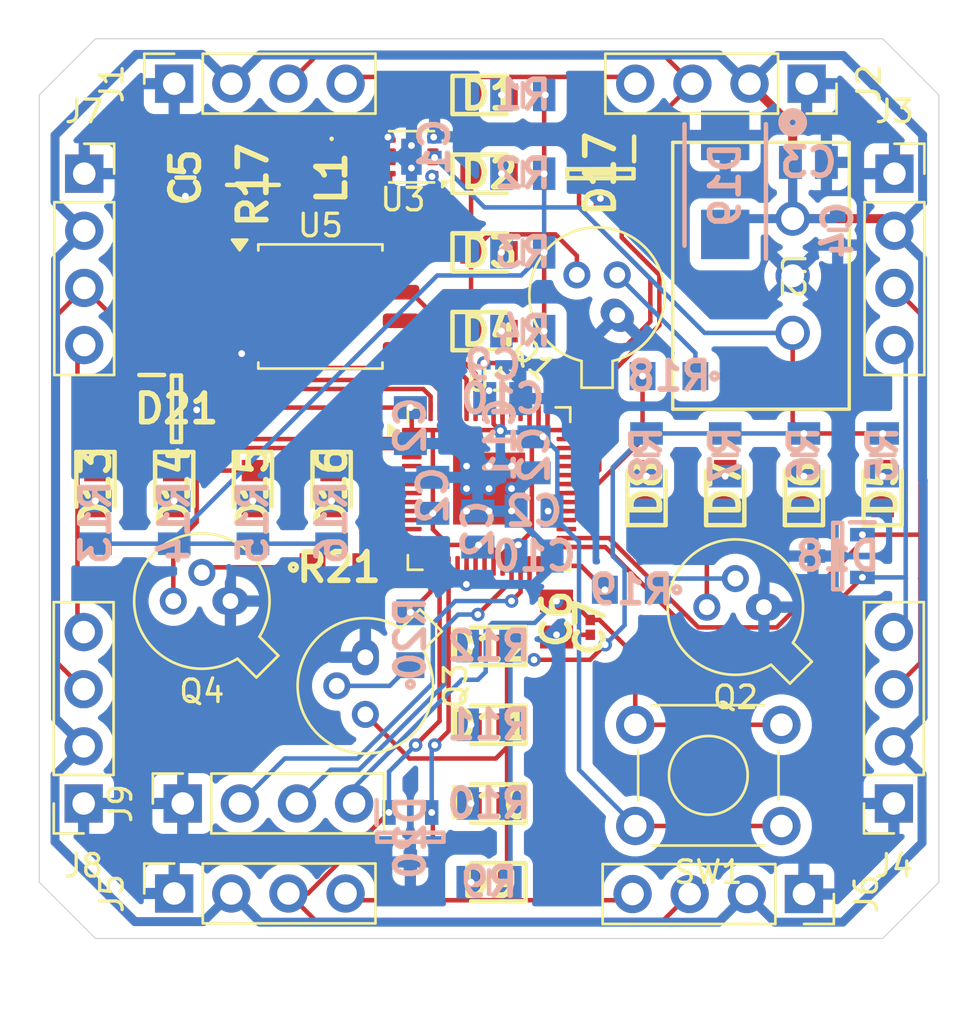
<source format=kicad_pcb>
(kicad_pcb (version 20241229) (generator "pcbnew") (generator_version "9.0")
  (layers (0 "F.Cu" signal) (2 "B.Cu" signal) (13 "F.Paste" user) (15 "B.Paste" user) (5 "F.SilkS" user "F.Silkscreen") (7 "B.SilkS" user "B.Silkscreen") (1 "F.Mask" user) (3 "B.Mask" user) (25 "Edge.Cuts" user))
  (net 0 "")
  (net 1 "/5V_LOCAL")
  (net 2 "GND")
  (net 3 "/3.3V_LOCAL")
  (net 4 "VCC")
  (net 5 "Net-(U1-VREG_VOUT)")
  (net 6 "Net-(D1-K)")
  (net 7 "Net-(D1-A)")
  (net 8 "Net-(D2-A)")
  (net 9 "Net-(D3-A)")
  (net 10 "Net-(D4-A)")
  (net 11 "Net-(D5-A)")
  (net 12 "Net-(D5-K)")
  (net 13 "Net-(D6-A)")
  (net 14 "Net-(D7-A)")
  (net 15 "Net-(D8-A)")
  (net 16 "Net-(D9-A)")
  (net 17 "Net-(D10-K)")
  (net 18 "Net-(D10-A)")
  (net 19 "Net-(D11-A)")
  (net 20 "Net-(D12-A)")
  (net 21 "Net-(D13-A)")
  (net 22 "Net-(D13-K)")
  (net 23 "Net-(D14-A)")
  (net 24 "Net-(D15-A)")
  (net 25 "Net-(D16-A)")
  (net 26 "/N_RX")
  (net 27 "/N_TX")
  (net 28 "/E_TX")
  (net 29 "/E_RX")
  (net 30 "/S_RX")
  (net 31 "/S_TX")
  (net 32 "/W_RX")
  (net 33 "/W_TX")
  (net 34 "Net-(J9-Pin_3)")
  (net 35 "Net-(J9-Pin_2)")
  (net 36 "Net-(U3-SW)")
  (net 37 "Net-(Q1-B)")
  (net 38 "Net-(Q2-B)")
  (net 39 "Net-(Q3-B)")
  (net 40 "Net-(Q4-B)")
  (net 41 "Net-(U3-PG)")
  (net 42 "Net-(U1-GPIO17)")
  (net 43 "Net-(U1-QSPI_SD2)")
  (net 45 "Net-(U1-QSPI_SCLK)")
  (net 47 "Net-(U1-QSPI_SS)")
  (net 48 "Net-(U1-QSPI_SD3)")
  (net 54 "Net-(U1-QSPI_SD0)")
  (net 60 "Net-(U1-QSPI_SD1)")
  (net 62 "Net-(U1-GPIO23)")
  (net 63 "Net-(U1-GPIO11)")
  (net 70 "Net-(U1-GPIO12)")
  (net 72 "Net-(J9-Pin_4)")
  (footprint "SamacSys_Parts:LEDC1608X115N" (layer "F.Cu") (at 152.5 55 90)
    (property "Reference" "D5")
    (property "Value" "LED" (hide yes))
  )
  (footprint "SamacSys_Parts:RBT10W24S05_XPP_XPR" (layer "F.Cu") (at 148.5 43 -90)
    (property "Reference" "U2")
    (property "Value" "RBT05W24S05")
  )
  (footprint "SamacSys_Parts:LEDC1608X115N" (layer "F.Cu") (at 135 41)
    (property "Reference" "D2")
    (property "Value" "LED" (hide yes))
  )
  (footprint "SamacSys_Parts:LEDC1608X115N" (layer "F.Cu") (at 135 48)
    (property "Reference" "D4")
    (property "Value" "LED" (hide yes))
  )
  (footprint "SamacSys_Parts:LEDC1608X115N" (layer "F.Cu") (at 142 55 90)
    (property "Reference" "D8")
    (property "Value" "LED" (hide yes))
  )
  (footprint "SamacSys_Parts:LEDC1608X115N" (layer "F.Cu") (at 135 44.5)
    (property "Reference" "D3")
    (property "Value" "LED" (hide yes))
  )
  (footprint "Button_Switch_THT:SW_TH_Tactile_Omron_B3F-100x" (layer "F.Cu") (at 148 70 180)
    (property "Reference" "SW1")
    (property "Value" "SW_Push_Open")
  )
  (footprint "Package_SON:WSON-8-1EP_2x2mm_P0.5mm_EP0.9x1.6mm_ThermalVias" (layer "F.Cu") (at 131.55 40.25 180)
    (property "Reference" "U3")
    (property "Value" "TPS62162DSG")
  )
  (footprint "Connector_PinSocket_2.54mm:PinSocket_1x04_P2.54mm_Vertical" (layer "F.Cu") (at 121.38 69 90)
    (property "Reference" "J9")
    (property "Value" "2.54mm_ProgrammingPin")
  )
  (footprint "SamacSys_Parts:CAPC0603X33N" (layer "F.Cu") (at 139.5 61.17 -90)
    (property "Reference" "C7")
    (property "Value" "1uF" (hide yes))
  )
  (footprint "Connector_PinSocket_2.54mm:PinSocket_1x04_P2.54mm_Vertical" (layer "F.Cu") (at 116.975 69 180)
    (property "Reference" "J8")
    (property "Value" "1x4_Pogo")
  )
  (footprint "Package_TO_SOT_THT:TO-18-3" (layer "F.Cu") (at 147.221961 60.27 180)
    (property "Reference" "Q2")
    (property "Value" "BC108")
  )
  (footprint "Connector_PinSocket_2.54mm:PinSocket_1x04_P2.54mm_Vertical" (layer "F.Cu") (at 153 69 180)
    (property "Reference" "J4")
    (property "Value" "1x4_Pogo")
  )
  (footprint "SamacSys_Parts:LCENA2016MKT2R2M0NK" (layer "F.Cu") (at 128 41.2 -90)
    (property "Reference" "L1")
    (property "Value" "2.2uH" (hide yes))
  )
  (footprint "SamacSys_Parts:ERJ-UP6D1001V" (layer "F.Cu") (at 128.325 58.5)
    (property "Reference" "R21")
    (property "Value" "1k" (hide yes))
  )
  (footprint "SamacSys_Parts:LEDC1608X115N" (layer "F.Cu") (at 135 37.5)
    (property "Reference" "D1")
    (property "Value" "LED" (hide yes))
  )
  (footprint "Connector_PinSocket_2.54mm:PinSocket_1x04_P2.54mm_Vertical" (layer "F.Cu") (at 121 37 90)
    (property "Reference" "J1")
    (property "Value" "1x4_Pogo")
  )
  (footprint "SamacSys_Parts:LEDC1608X115N" (layer "F.Cu") (at 135 69 180)
    (property "Reference" "D10")
    (property "Value" "LED" (hide yes))
  )
  (footprint "SamacSys_Parts:GRM18x" (layer "F.Cu") (at 121.5 41.175 -90)
    (property "Reference" "C5")
    (property "Value" "22uF" (hide yes))
  )
  (footprint "SamacSys_Parts:LEDC1608X115N" (layer "F.Cu") (at 128 55 -90)
    (property "Reference" "D16")
    (property "Value" "LED" (hide yes))
  )
  (footprint "SamacSys_Parts:TNPW0805100KFHEA" (layer "F.Cu") (at 124.5 41.5 -90)
    (property "Reference" "R17")
    (property "Value" "100k" (hide yes))
  )
  (footprint "Connector_PinSocket_2.54mm:PinSocket_1x04_P2.54mm_Vertical" (layer "F.Cu") (at 149.12 37 -90)
    (property "Reference" "J2")
    (property "Value" "1x4_Pogo")
  )
  (footprint "Package_TO_SOT_THT:TO-18-3" (layer "F.Cu") (at 140.7 47.296051 135)
    (property "Reference" "Q1")
    (property "Value" "BC108")
  )
  (footprint "SamacSys_Parts:SOT95P248X115-3N" (layer "F.Cu") (at 121.1 51.45)
    (property "Reference" "D21")
    (property "Value" "VGSOT03C-HG3-08" (hide yes))
  )
  (footprint "SamacSys_Parts:LEDC1608X115N" (layer "F.Cu") (at 117.5 55 -90)
    (property "Reference" "D13")
    (property "Value" "LED" (hide yes))
  )
  (footprint "SamacSys_Parts:LEDC1608X115N" (layer "F.Cu") (at 135 72.5 180)
    (property "Reference" "D9")
    (property "Value" "LED" (hide yes))
  )
  (footprint "SamacSys_Parts:LEDC1608X115N" (layer "F.Cu") (at 135 62 180)
    (property "Reference" "D12")
    (property "Value" "LED" (hide yes))
  )
  (footprint "SamacSys_Parts:LEDC1608X115N" (layer "F.Cu") (at 149 55 90)
    (property "Reference" "D6")
    (property "Value" "LED" (hide yes))
  )
  (footprint "SamacSys_Parts:LEDC1608X115N" (layer "F.Cu") (at 124.5 55 -90)
    (property "Reference" "D15")
    (property "Value" "LED" (hide yes))
  )
  (footprint "SamacSys_Parts:LEDC1608X115N" (layer "F.Cu") (at 135 65.5 180)
    (property "Reference" "D11")
    (property "Value" "LED" (hide yes))
  )
  (footprint "Package_SO:SOIC-8_5.3x5.3mm_P1.27mm" (layer "F.Cu") (at 127.5 46.905)
    (property "Reference" "U5")
    (property "Value" "W25Q16JVSS")
  )
  (footprint "Connector_PinSocket_2.54mm:PinSocket_1x04_P2.54mm_Vertical" (layer "F.Cu") (at 149 73.025 -90)
    (property "Reference" "J6")
    (property "Value" "1x4_Pogo")
  )
  (footprint "Package_DFN_QFN:QFN-56-1EP_7x7mm_P0.4mm_EP3.2x3.2mm" (layer "F.Cu") (at 135 55)
    (property "Reference" "U1")
    (property "Value" "RP2040")
  )
  (footprint "SamacSys_Parts:CAPC2012X140N" (layer "F.Cu") (at 138 60.8 -90)
    (property "Reference" "C6")
    (property "Value" "0.1uF" (hide yes))
  )
  (footprint "Connector_PinSocket_2.54mm:PinSocket_1x04_P2.54mm_Vertical" (layer "F.Cu") (at 121 73 90)
    (property "Reference" "J5")
    (property "Value" "1x4_Pogo")
  )
  (footprint "SamacSys_Parts:SOT95P248X115-3N" (layer "F.Cu") (at 139.95 41 -90)
    (property "Reference" "D17")
    (property "Value" "VGSOT03C-HG3-08" (hide yes))
  )
  (footprint "Connector_PinSocket_2.54mm:PinSocket_1x04_P2.54mm_Vertical" (layer "F.Cu") (at 117 41)
    (property "Reference" "J7")
    (property "Value" "1x4_Pogo")
  )
  (footprint "Package_TO_SOT_THT:TO-18-3" (layer "F.Cu") (at 129.5 62.5 -90)
    (property "Reference" "Q3")
    (property "Value" "BC108")
  )
  (footprint "Connector_PinSocket_2.54mm:PinSocket_1x04_P2.54mm_Vertical" (layer "F.Cu") (at 153.025 41)
    (property "Reference" "J3")
    (property "Value" "1x4_Pogo")
  )
  (footprint "Package_TO_SOT_THT:TO-18-3" (layer "F.Cu") (at 123.5 60 180)
    (property "Reference" "Q4")
    (property "Value" "BC108")
  )
  (footprint "SamacSys_Parts:LEDC1608X115N" (layer "F.Cu") (at 121 55 -90)
    (property "Reference" "D14")
    (property "Value" "LED" (hide yes))
  )
  (footprint "SamacSys_Parts:LEDC1608X115N" (layer "F.Cu") (at 145.5 55 90)
    (property "Reference" "D7")
    (property "Value" "LED" (hide yes))
  )
  (footprint "SamacSys_Parts:CRCW1210200RJNEAIF" (layer "B.Cu") (at 124.5 56.5 90)
    (property "Reference" "R15")
    (property "Value" "200" (hide yes))
  )
  (footprint "SamacSys_Parts:CRCW1210200RJNEAIF" (layer "B.Cu") (at 135 65.5 180)
    (property "Reference" "R11")
    (property "Value" "200" (hide yes))
  )
  (footprint "SamacSys_Parts:CAPC2012X140N" (layer "B.Cu") (at 131.5 52.2 -90)
    (property "Reference" "C2")
    (property "Value" "0.1uF" (hide yes))
  )
  (footprint "SamacSys_Parts:CAPC2012X140N" (layer "B.Cu") (at 137 53.5 -90)
    (property "Reference" "C2")
    (property "Value" "0.1uF" (hide yes))
  )
  (footprint "SamacSys_Parts:CRCW1210200RJNEAIF" (layer "B.Cu") (at 145.5 53.5 -90)
    (property "Reference" "R7")
    (property "Value" "200" (hide yes))
  )
  (footprint "SamacSys_Parts:CRCW1210200RJNEAIF" (layer "B.Cu") (at 135 69 180)
    (property "Reference" "R10")
    (property "Value" "200" (hide yes))
  )
  (footprint "SamacSys_Parts:CAPC1005X70N" (layer "B.Cu") (at 132.58 39.82 90)
    (property "Reference" "C1")
    (property "Value" "10uF" (hide yes))
  )
  (footprint "SamacSys_Parts:CAPC2012X140N" (layer "B.Cu") (at 134.5 56.8 90)
    (property "Reference" "C2")
    (property "Value" "0.1uF" (hide yes))
  )
  (footprint "SamacSys_Parts:CAPC0603X33N" (layer "B.Cu") (at 135.17 49.5)
    (property "Reference" "C9")
    (property "Value" "1uF" (hide yes))
  )
  (footprint "SamacSys_Parts:CRCW1210200RJNEAIF" (layer "B.Cu") (at 135 72.5 180)
    (property "Reference" "R9")
    (property "Value" "200" (hide yes))
  )
  (footprint "SamacSys_Parts:CRCW1210200RJNEAIF" (layer "B.Cu") (at 149 53.5 -90)
    (property "Reference" "R6")
    (property "Value" "200" (hide yes))
  )
  (footprint "SamacSys_Parts:CRCW1210200RJNEAIF" (layer "B.Cu") (at 136.5 37.5 180)
    (property "Reference" "R1")
    (property "Value" "200" (hide yes))
  )
  (footprint "SamacSys_Parts:CAPC2012X140N" (layer "B.Cu") (at 149.2 40.5)
    (property "Reference" "C3")
    (property "Value" "0.1uF" (hide yes))
  )
  (footprint "SamacSys_Parts:DIOM5436X244N" (layer "B.Cu") (at 145.5 41.5 90)
    (property "Reference" "D19")
    (property "Value" "SMBJ15A" (hide yes))
  )
  (footprint "SamacSys_Parts:SOT95P248X115-3N" (layer "B.Cu") (at 150.5 58 180)
    (property "Reference" "D18")
    (property "Value" "VGSOT03C-HG3-08" (hide yes))
  )
  (footprint "SamacSys_Parts:CRCW1210200RJNEAIF" (layer "B.Cu") (at 128 56.5 90)
    (property "Reference" "R16")
    (property "Value" "200" (hide yes))
  )
  (footprint "SamacSys_Parts:CAPC2012X140N" (layer "B.Cu") (at 132.5 55.3 90)
    (property "Reference" "C2")
    (property "Value" "0.1uF" (hide yes))
  )
  (footprint "SamacSys_Parts:CRCW1210200RJNEAIF" (layer "B.Cu") (at 142 53.5 -90)
    (property "Reference" "R8")
    (property "Value" "200" (hide yes))
  )
  (footprint "SamacSys_Parts:CAPC2012X140N" (layer "B.Cu") (at 135.61 51)
    (property "Reference" "C10")
    (property "Value" "0.1uF" (hide yes))
  )
  (footprint "SamacSys_Parts:ERJ-UP6D1001V" (layer "B.Cu") (at 143 50 180)
    (property "Reference" "R18")
    (property "Value" "1k" (hide yes))
  )
  (footprint "SamacSys_Parts:CRCW1210200RJNEAIF" (layer "B.Cu") (at 117.5 56.5 90)
    (property "Reference" "R13")
    (property "Value" "200" (hide yes))
  )
  (footprint "SamacSys_Parts:CRCW1210200RJNEAIF" (layer "B.Cu") (at 152.5 53.5 -90)
    (property "Reference" "R5")
    (property "Value" "200" (hide yes))
  )
  (footprint "SamacSys_Parts:CRCW1210200RJNEAIF" (layer "B.Cu") (at 136.5 41 180)
    (property "Reference" "R2")
    (property "Value" "200" (hide yes))
  )
  (footprint "SamacSys_Parts:ERJ-UP6D1001V" (layer "B.Cu") (at 141.325 59.5 180)
    (property "Reference" "R19")
    (property "Value" "1k" (hide yes))
  )
  (footprint "SamacSys_Parts:CAPC2012X140N" (layer "B.Cu") (at 137 58)
    (property "Reference" "C10")
    (property "Value" "0.1uF" (hide yes))
  )
  (footprint "SamacSys_Parts:CAPC2012X140N" (layer "B.Cu") (at 137 56 180)
    (property "Reference" "C2")
    (property "Value" "0.1uF" (hide yes))
  )
  (footprint "SamacSys_Parts:ERJ-UP6D1001V" (layer "B.Cu") (at 131.5 61.675 90)
    (property "Reference" "R20")
    (property "Value" "1k" (hide yes))
  )
  (footprint "SamacSys_Parts:CRCW1210200RJNEAIF" (layer "B.Cu") (at 136.5 48 180)
    (property "Reference" "R4")
    (property "Value" "200" (hide yes))
  )
  (footprint "SamacSys_Parts:CRCW1210200RJNEAIF" (layer "B.Cu") (at 121 56.5 90)
    (property "Reference" "R14")
    (property "Value" "200" (hide yes))
  )
  (footprint "SamacSys_Parts:SOT95P248X115-3N" (layer "B.Cu") (at 131.5 70.5 -90)
    (property "Reference" "D20")
    (property "Value" "VGSOT03C-HG3-08" (hide yes))
  )
  (footprint "SamacSys_Parts:GRM18x" (layer "B.Cu") (at 150.5 43.5 -90)
    (property "Reference" "C4")
    (property "Value" "22uF" (hide yes))
  )
  (footprint "SamacSys_Parts:CRCW1210200RJNEAIF" (layer "B.Cu") (at 136.5 44.5 180)
    (property "Reference" "R3")
    (property "Value" "200" (hide yes))
  )
  (footprint "SamacSys_Parts:CAPC0603X33N" (layer "B.Cu") (at 135.5 52.83 -90)
    (property "Reference" "C11")
    (property "Value" "1uF" (hide yes))
  )
  (footprint "SamacSys_Parts:CRCW1210200RJNEAIF" (layer "B.Cu") (at 135 62 180)
    (property "Reference" "R12")
    (property "Value" "200" (hide yes))
  )
  (gr_line (start 155 37.5) (end 152.5 35) (stroke (width 0.05)) (layer "Edge.Cuts"))
  (gr_line (start 117.5 75) (end 152.5 75) (stroke (width 0.05)) (layer "Edge.Cuts"))
  (gr_line (start 152.5 75) (end 155 72.5) (stroke (width 0.05)) (layer "Edge.Cuts"))
  (gr_line (start 155 72.5) (end 155 37.5) (stroke (width 0.05)) (layer "Edge.Cuts"))
  (gr_line (start 115 37.5) (end 115 72.5) (stroke (width 0.05)) (layer "Edge.Cuts"))
  (gr_line (start 152.5 35) (end 117.5 35) (stroke (width 0.05)) (layer "Edge.Cuts"))
  (gr_line (start 115 37.5) (end 117.5 35) (stroke (width 0.05)) (layer "Edge.Cuts"))
  (gr_line (start 115 72.5) (end 117.5 75) (stroke (width 0.05)) (layer "Edge.Cuts"))
  (segment (start 132.5 40) (end 132.5 40.5) (width 0.2) (layer "F.Cu") (net 1))
  (segment (start 148.5 48.08) (end 148.5 52.05) (width 0.2) (layer "F.Cu") (net 1))
  (segment (start 149 52.55) (end 152.5 52.55) (width 0.2) (layer "F.Cu") (net 1))
  (segment (start 132.5 40.36) (end 132.58 40.28) (width 0.2) (layer "F.Cu") (net 1))
  (segment (start 139.494599 62.610002) (end 137 62.610002) (width 0.2) (layer "F.Cu") (net 1))
  (segment (start 132.5 40.5) (end 132.5 40.36) (width 0.2) (layer "F.Cu") (net 1))
  (segment (start 137.45 44.5) (end 137.45 48) (width 0.2) (layer "F.Cu") (net 1))
  (segment (start 137.5 37.5) (end 137.45 37.55) (width 0.2) (layer "F.Cu") (net 1))
  (segment (start 137.45 37.55) (end 137.45 41) (width 0.2) (layer "F.Cu") (net 1))
  (segment (start 140.163037 61.941564) (end 139.494599 62.610002) (width 0.2) (layer "F.Cu") (net 1))
  (segment (start 148.5 52.05) (end 149 52.55) (width 0.2) (layer "F.Cu") (net 1))
  (via (at 132.58 40.28) (size 0.6) (drill 0.3) (layers "F.Cu" "B.Cu") (net 1))
  (via (at 137.45 48) (size 0.6) (drill 0.3) (layers "F.Cu" "B.Cu") (net 1))
  (via (at 137.45 41) (size 0.6) (drill 0.3) (layers "F.Cu" "B.Cu") (net 1))
  (via (at 140.163037 61.941564) (size 0.6) (drill 0.3) (layers "F.Cu" "B.Cu") (net 1))
  (via (at 137.5 37.5) (size 0.6) (drill 0.3) (layers "F.Cu" "B.Cu") (net 1))
  (via (at 149 52.55) (size 0.6) (drill 0.3) (layers "F.Cu" "B.Cu") (net 1))
  (via (at 137 62.610002) (size 0.6) (drill 0.3) (layers "F.Cu" "B.Cu") (net 1))
  (via (at 152.5 52.55) (size 0.6) (drill 0.3) (layers "F.Cu" "B.Cu") (net 1))
  (via (at 137.45 44.5) (size 0.6) (drill 0.3) (layers "F.Cu" "B.Cu") (net 1))
  (segment (start 139 42.5) (end 137.45 42.5) (width 0.2) (layer "B.Cu") (net 1))
  (segment (start 136.560002 62.610002) (end 135.95 62) (width 0.2) (layer "B.Cu") (net 1))
  (segment (start 121 57.45) (end 121 57.223) (width 0.2) (layer "B.Cu") (net 1))
  (segment (start 147 52.55) (end 149 52.55) (width 0.2) (layer "B.Cu") (net 1))
  (segment (start 126.5 57.45) (end 128 57.45) (width 0.2) (layer "B.Cu") (net 1))
  (segment (start 121 57.223) (end 132.697 45.526) (width 0.2) (layer "B.Cu") (net 1))
  (segment (start 132.58 40.28) (end 134.8 42.5) (width 0.2) (layer "B.Cu") (net 1))
  (segment (start 117.5 57.45) (end 126 57.45) (width 0.2) (layer "B.Cu") (net 1))
  (segment (start 137.45 42.5) (end 137.45 44.5) (width 0.2) (layer "B.Cu") (net 1))
  (segment (start 148.5 48.08) (end 144.58 48.08) (width 0.2) (layer "B.Cu") (net 1))
  (segment (start 140.5 54.05) (end 142 52.55) (width 0.2) (layer "B.Cu") (net 1))
  (segment (start 137.45 42.5) (end 137.45 41) (width 0.2) (layer "B.Cu") (net 1))
  (segment (start 134.8 42.5) (end 137.45 42.5) (width 0.2) (layer "B.Cu") (net 1))
  (segment (start 132.697 45.526) (end 136.424 45.526) (width 0.2) (layer "B.Cu") (net 1))
  (segment (start 142 52.55) (end 147 52.55) (width 0.2) (layer "B.Cu") (net 1))
  (segment (start 135.95 62) (end 135.95 72.5) (width 0.2) (layer "B.Cu") (net 1))
  (segment (start 140.163037 61.936963) (end 141.026 61.074) (width 0.2) (layer "B.Cu") (net 1))
  (segment (start 137.45 37.5) (end 137.5 37.5) (width 0.2) (layer "B.Cu") (net 1))
  (segment (start 140.163037 61.941564) (end 140.163037 61.936963) (width 0.2) (layer "B.Cu") (net 1))
  (segment (start 136.424 45.526) (end 137.45 44.5) (width 0.2) (layer "B.Cu") (net 1))
  (segment (start 141.026 58.526) (end 140.5 58) (width 0.2) (layer "B.Cu") (net 1))
  (segment (start 144.58 48.08) (end 139 42.5) (width 0.2) (layer "B.Cu") (net 1))
  (segment (start 141.026 61.074) (end 141.026 58.526) (width 0.2) (layer "B.Cu") (net 1))
  (segment (start 126 57.45) (end 126.5 57.45) (width 0.2) (layer "B.Cu") (net 1))
  (segment (start 137 62.610002) (end 136.560002 62.610002) (width 0.2) (layer "B.Cu") (net 1))
  (segment (start 140.5 58) (end 140.5 54.05) (width 0.2) (layer "B.Cu") (net 1))
  (segment (start 122.05 51.45) (end 122 51.5) (width 0.2) (layer "F.Cu") (net 2))
  (segment (start 139.5 61.5) (end 138.1 61.5) (width 0.2) (layer "F.Cu") (net 2))
  (segment (start 123.9125 48.9125) (end 124 49) (width 0.2) (layer "F.Cu") (net 2))
  (segment (start 122.2 51.45) (end 122.05 51.45) (width 0.2) (layer "F.Cu") (net 2))
  (segment (start 134 59.248125) (end 133.990306 59.257819) (width 0.2) (layer "F.Cu") (net 2))
  (segment (start 138.1 61.5) (end 138 61.6) (width 0.2) (layer "F.Cu") (net 2))
  (segment (start 132.5 39.413845) (end 132.538845 39.375) (width 0.2) (layer "F.Cu") (net 2))
  (segment (start 130.6 39.5) (end 130.6 39.471638) (width 0.2) (layer "F.Cu") (net 2))
  (segment (start 121.5 41.85) (end 121.5 42) (width 0.2) (layer "F.Cu") (net 2))
  (segment (start 138 61.6) (end 138 61.5) (width 0.2) (layer "F.Cu") (net 2))
  (segment (start 123.9125 48.81) (end 123.9125 48.9125) (width 0.2) (layer "F.Cu") (net 2))
  (segment (start 134 58.4375) (end 134 59.248125) (width 0.2) (layer "F.Cu") (net 2))
  (segment (start 132.5 39.5) (end 132.5 39.413845) (width 0.2) (layer "F.Cu") (net 2))
  (segment (start 132.5 41.086137) (end 132.461137 41.125) (width 0.2) (layer "F.Cu") (net 2))
  (segment (start 132.5 41) (end 132.5 41.086137) (width 0.2) (layer "F.Cu") (net 2))
  (segment (start 130.6 39.471638) (end 130.503362 39.375) (width 0.2) (layer "F.Cu") (net 2))
  (via (at 135 56) (size 0.6) (drill 0.3) (layers "F.Cu" "B.Cu") (net 2))
  (via (at 132.538845 39.375) (size 0.6) (drill 0.3) (layers "F.Cu" "B.Cu") (net 2))
  (via (at 132.461137 41.125) (size 0.6) (drill 0.3) (layers "F.Cu" "B.Cu") (net 2))
  (via (at 134 54) (size 0.6) (drill 0.3) (layers "F.Cu" "B.Cu") (net 2))
  (via (at 134 56) (size 0.6) (drill 0.3) (layers "F.Cu" "B.Cu") (net 2))
  (via (at 136 55) (size 0.6) (drill 0.3) (layers "F.Cu" "B.Cu") (net 2))
  (via (at 136 56) (size 0.6) (drill 0.3) (layers "F.Cu" "B.Cu") (net 2))
  (via (at 122 51.5) (size 0.6) (drill 0.3) (layers "F.Cu" "B.Cu") (net 2))
  (via (at 135 55) (size 0.6) (drill 0.3) (layers "F.Cu" "B.Cu") (net 2))
  (via (at 133.990306 59.257819) (size 0.6) (drill 0.3) (layers "F.Cu" "B.Cu") (net 2))
  (via (at 135 54) (size 0.6) (drill 0.3) (layers "F.Cu" "B.Cu") (net 2))
  (via (at 130.503362 39.375) (size 0.6) (drill 0.3) (layers "F.Cu" "B.Cu") (net 2))
  (via (at 136 54) (size 0.6) (drill 0.3) (layers "F.Cu" "B.Cu") (net 2))
  (via (at 121.5 42) (size 0.6) (drill 0.3) (layers "F.Cu" "B.Cu") (net 2))
  (via (at 134 55) (size 0.6) (drill 0.3) (layers "F.Cu" "B.Cu") (net 2))
  (via (at 138 61.5) (size 0.6) (drill 0.3) (layers "F.Cu" "B.Cu") (net 2))
  (via (at 139.95 42.1) (size 0.6) (drill 0.3) (layers "F.Cu" "B.Cu") (net 2))
  (via (at 124 49) (size 0.6) (drill 0.3) (layers "F.Cu" "B.Cu") (net 2))
  (segment (start 136.2 55.1) (end 137 54.3) (width 0.6) (layer "B.Cu") (net 2))
  (segment (start 137.8 58) (end 137.8 58.447) (width 0.4) (layer "B.Cu") (net 2))
  (segment (start 136.989181 59.257819) (end 133.990306 59.257819) (width 0.4) (layer "B.Cu") (net 2))
  (segment (start 129.5 62.5) (end 128 62.5) (width 0.5) (layer "B.Cu") (net 2))
  (segment (start 137.8 58.447) (end 136.989181 59.257819) (width 0.4) (layer "B.Cu") (net 2))
  (segment (start 129.5 62.5) (end 129.5 61) (width 0.5) (layer "B.Cu") (net 2))
  (segment (start 136.41 51) (end 136.41 50.41) (width 0.2) (layer "B.Cu") (net 2))
  (segment (start 135.5 53.5) (end 135 54) (width 0.2) (layer "B.Cu") (net 2))
  (segment (start 135.5 53.5) (end 136 54) (width 0.2) (layer "B.Cu") (net 2))
  (segment (start 136.2 56.247) (end 136.2 56) (width 0.2) (layer "B.Cu") (net 2))
  (segment (start 137.8 57.847) (end 136.2 56.247) (width 0.3) (layer "B.Cu") (net 2))
  (segment (start 136.41 50.41) (end 135.5 49.5) (width 0.2) (layer "B.Cu") (net 2))
  (segment (start 136.2 56) (end 136.2 55.1) (width 0.6) (layer "B.Cu") (net 2))
  (segment (start 135.5 53.16) (end 135.5 53.5) (width 0.2) (layer "B.Cu") (net 2))
  (segment (start 132.5 56.1) (end 132.5 52.4) (width 0.2) (layer "F.Cu") (net 3))
  (segment (start 135.600001 51.5625) (end 135.600001 52.329997) (width 0.2) (layer "F.Cu") (net 3))
  (segment (start 131.5625 52.4) (end 132.5 52.4) (width 0.2) (layer "F.Cu") (net 3))
  (segment (start 135.600001 52.329997) (end 135.5 52.429998) (width 0.2) (layer "F.Cu") (net 3))
  (segment (start 124.5 40) (end 124 40) (width 0.2) (layer "F.Cu") (net 3))
  (segment (start 132.5 56.81) (end 133.196166 57.506166) (width 0.2) (layer "F.Cu") (net 3))
  (segment (start 135.470002 52.4) (end 135.5 52.429998) (width 0.2) (layer "F.Cu") (net 3))
  (segment (start 131.5625 56) (end 132.4 56) (width 0.2) (layer "F.Cu") (net 3))
  (segment (start 124 40) (end 123.5 40.5) (width 0.2) (layer "F.Cu") (net 3))
  (segment (start 133.196166 57.506166) (end 134.533207 57.506166) (width 0.2) (layer "F.Cu") (net 3))
  (segment (start 132.5 52.4) (end 135.470002 52.4) (width 0.2) (layer "F.Cu") (net 3))
  (segment (start 141.5 70) (end 148 70) (width 0.2) (layer "F.Cu") (net 3))
  (segment (start 135.2 52.129998) (end 135.5 52.429998) (width 0.2) (layer "F.Cu") (net 3))
  (segment (start 137.199999 52.499999) (end 137.4 52.7) (width 0.2) (layer "F.Cu") (net 3))
  (segment (start 138.4375 52.4) (end 137.7 52.4) (width 0.2) (layer "F.Cu") (net 3))
  (segment (start 137.199999 51.5625) (end 137.199999 52.499999) (width 0.2) (layer "F.Cu") (net 3))
  (segment (start 123.5 40.5) (end 121.5 40.5) (width 0.2) (layer "F.Cu") (net 3))
  (segment (start 131.5625 51.4625) (end 131.5 51.4) (width 0.2) (layer "F.Cu") (net 3))
  (segment (start 128.4 40) (end 130.6 40) (width 0.2) (layer "F.Cu") (net 3))
  (segment (start 121.997 42.503) (end 124.5 40) (width 0.2) (layer "F.Cu") (net 3))
  (segment (start 137.6 51.5625) (end 137.6 52.5) (width 0.2) (layer "F.Cu") (net 3))
  (segment (start 122.871 44.374) (end 121.997 43.5) (width 0.2) (layer "F.Cu") (net 3))
  (segment (start 137.7 52.4) (end 137.4 52.7) (width 0.2) (layer "F.Cu") (net 3))
  (segment (start 121.997 49.50119) (end 121.997 43.5) (width 0.2) (layer "F.Cu") (net 3))
  (segment (start 128 40.4) (end 124.9 40.4) (width 0.2) (layer "F.Cu") (net 3))
  (segment (start 131.0875 45) (end 130.4615 44.374) (width 0.2) (layer "F.Cu") (net 3))
  (segment (start 130.4615 44.374) (end 122.871 44.374) (width 0.2) (layer "F.Cu") (net 3))
  (segment (start 131.5 51.4) (end 123.89581 51.4) (width 0.2) (layer "F.Cu") (net 3))
  (segment (start 135.2 57.7) (end 135.006166 57.506166) (width 0.2) (layer "F.Cu") (net 3))
  (segment (start 121.997 43.5) (end 121.997 42.503) (width 0.2) (layer "F.Cu") (net 3))
  (segment (start 135.2 58.4375) (end 135.2 57.7) (width 0.2) (layer "F.Cu") (net 3))
  (segment (start 138.4375 56) (end 137.624832 56) (width 0.2) (layer "F.Cu") (net 3))
  (segment (start 132.5 56.1) (end 132.5 56.81) (width 0.2) (layer "F.Cu") (net 3))
  (segment (start 137.624832 56) (end 137.624698 56.000134) (width 0.2) (layer "F.Cu") (net 3))
  (segment (start 135.006166 57.506166) (end 134.533207 57.506166) (width 0.2) (layer "F.Cu") (net 3))
  (segment (start 131.5625 52.4) (end 131.5625 51.4625) (width 0.2) (layer "F.Cu") (net 3))
  (segment (start 137.6 52.5) (end 137.4 52.7) (width 0.2) (layer "F.Cu") (net 3))
  (segment (start 123.89581 51.4) (end 121.997 49.50119) (width 0.2) (layer "F.Cu") (net 3))
  (segment (start 124.9 40.4) (end 124.5 40) (width 0.2) (layer "F.Cu") (net 3))
  (segment (start 132.4 56) (end 132.5 56.1) (width 0.2) (layer "F.Cu") (net 3))
  (segment (start 128 40.4) (end 128.4 40) (width 0.2) (layer "F.Cu") (net 3))
  (segment (start 135.2 51.5625) (end 135.2 52.129998) (width 0.2) (layer "F.Cu") (net 3))
  (via (at 137.4 52.7) (size 0.6) (drill 0.3) (layers "F.Cu" "B.Cu") (net 3))
  (via (at 134.533207 57.506166) (size 0.6) (drill 0.3) (layers "F.Cu" "B.Cu") (net 3))
  (via (at 132.5 56.1) (size 0.6) (drill 0.3) (layers "F.Cu" "B.Cu") (net 3))
  (via (at 131.5 51.4) (size 0.6) (drill 0.3) (layers "F.Cu" "B.Cu") (net 3))
  (via (at 137.624698 56.000134) (size 0.6) (drill 0.3) (layers "F.Cu" "B.Cu") (net 3))
  (via (at 135.5 52.429998) (size 0.6) (drill 0.3) (layers "F.Cu" "B.Cu") (net 3))
  (segment (start 135.5 52.5) (end 136.8 52.5) (width 0.2) (layer "B.Cu") (net 3))
  (segment (start 137.624698 56.000134) (end 139 57.375436) (width 0.2) (layer "B.Cu") (net 3))
  (segment (start 136.8 52.5) (end 137 52.7) (width 0.2) (layer "B.Cu") (net 3))
  (segment (start 139 67.5) (end 141.5 70) (width 0.2) (layer "B.Cu") (net 3))
  (segment (start 138.036 55.588832) (end 138.036 53.336) (width 0.2) (layer "B.Cu") (net 3))
  (segment (start 138.036 53.336) (end 137.4 52.7) (width 0.2) (layer "B.Cu") (net 3))
  (segment (start 139 57.375436) (end 139 67.5) (width 0.2) (layer "B.Cu") (net 3))
  (segment (start 137.624698 56.000134) (end 138.036 55.588832) (width 0.2) (layer "B.Cu") (net 3))
  (segment (start 152.485 43) (end 153.025 43.54) (width 0.4) (layer "F.Cu") (net 4))
  (segment (start 148.5 43) (end 148.5 38.92) (width 0.4) (layer "F.Cu") (net 4))
  (segment (start 148.5 43) (end 152.485 43) (width 0.4) (layer "F.Cu") (net 4))
  (segment (start 148.5 38.92) (end 146.58 37) (width 0.4) (layer "F.Cu") (net 4))
  (segment (start 146.5 37) (end 145.224 35.724) (width 0.4) (layer "B.Cu") (net 4))
  (segment (start 153.025 43.54) (end 154.276 44.791) (width 0.4) (layer "B.Cu") (net 4))
  (segment (start 124.816 35.724) (end 123.54 37) (width 0.4) (layer "B.Cu") (net 4))
  (segment (start 150.749 35.749) (end 152.25 37.25) (width 0.4) (layer "B.Cu") (net 4))
  (segment (start 153 66.46) (end 154.251 67.711) (width 0.4) (layer "B.Cu") (net 4))
  (segment (start 119.251 74.251) (end 115.701 70.701) (width 0.4) (layer "B.Cu") (net 4))
  (segment (start 123.54 73) (end 122.289 74.251) (width 0.4) (layer "B.Cu") (net 4))
  (segment (start 154.299 65.161) (end 153 66.46) (width 0.4) (layer "B.Cu") (net 4))
  (segment (start 154.276 39.276) (end 154.276 42.289) (width 0.4) (layer "B.Cu") (net 4))
  (segment (start 122.241 35.701) (end 123.54 37) (width 0.4) (layer "B.Cu") (net 4))
  (segment (start 150.325 43) (end 150.5 42.825) (width 0.4) (layer "B.Cu") (net 4))
  (segment (start 146.46 73.025) (end 145.209 74.276) (width 0.4) (layer "B.Cu") (net 4))
  (segment (start 146.58 37) (end 146.5 37) (width 0.4) (layer "B.Cu") (net 4))
  (segment (start 146.58 37) (end 147.831 35.749) (width 0.4) (layer "B.Cu") (net 4))
  (segment (start 147.711 74.276) (end 146.46 73.025) (width 0.4) (layer "B.Cu") (net 4))
  (segment (start 154.276 54.624) (end 154.299 54.647) (width 0.4) (layer "B.Cu") (net 4))
  (segment (start 154.251 70.749) (end 150.724 74.276) (width 0.4) (layer "B.Cu") (net 4))
  (segment (start 154.276 42.289) (end 153.025 43.54) (width 0.4) (layer "B.Cu") (net 4))
  (segment (start 150.724 74.276) (end 147.711 74.276) (width 0.4) (layer "B.Cu") (net 4))
  (segment (start 154.251 67.711) (end 154.251 70.749) (width 0.4) (layer "B.Cu") (net 4))
  (segment (start 124.816 74.276) (end 123.54 73) (width 0.4) (layer "B.Cu") (net 4))
  (segment (start 116.975 66.46) (end 115.724 65.209) (width 0.4) (layer "B.Cu") (net 4))
  (segment (start 115.701 70.701) (end 115.701 67.734) (width 0.4) (layer "B.Cu") (net 4))
  (segment (start 115.701 39.299) (end 119.299 35.701) (width 0.4) (layer "B.Cu") (net 4))
  (segment (start 148.5 43) (end 150.325 43) (width 0.4) (layer "B.Cu") (net 4))
  (segment (start 148.5 43) (end 148.5 40.6) (width 0.4) (layer "B.Cu") (net 4))
  (segment (start 147.831 35.749) (end 150.749 35.749) (width 0.4) (layer "B.Cu") (net 4))
  (segment (start 154.299 54.647) (end 154.299 65.161) (width 0.4) (layer "B.Cu") (net 4))
  (segment (start 154.276 44.791) (end 154.276 54.624) (width 0.4) (layer "B.Cu") (net 4))
  (segment (start 148.5 40.6) (end 148.4 40.5) (width 0.4) (layer "B.Cu") (net 4))
  (segment (start 115.724 65.209) (end 115.724 44.816) (width 0.4) (layer "B.Cu") (net 4))
  (segment (start 119.299 35.701) (end 122.241 35.701) (width 0.4) (layer "B.Cu") (net 4))
  (segment (start 146.2 43) (end 145.5 43.7) (width 0.4) (layer "B.Cu") (net 4))
  (segment (start 122.289 74.251) (end 119.251 74.251) (width 0.4) (layer "B.Cu") (net 4))
  (segment (start 115.701 67.734) (end 116.975 66.46) (width 0.4) (layer "B.Cu") (net 4))
  (segment (start 152.25 37.25) (end 154.276 39.276) (width 0.4) (layer "B.Cu") (net 4))
  (segment (start 115.724 44.816) (end 117 43.54) (width 0.4) (layer "B.Cu") (net 4))
  (segment (start 115.701 42.241) (end 115.701 39.299) (width 0.4) (layer "B.Cu") (net 4))
  (segment (start 145.209 74.276) (end 124.816 74.276) (width 0.4) (layer "B.Cu") (net 4))
  (segment (start 117 43.54) (end 115.701 42.241) (width 0.4) (layer "B.Cu") (net 4))
  (segment (start 145.224 35.724) (end 124.816 35.724) (width 0.4) (layer "B.Cu") (net 4))
  (segment (start 148.5 43) (end 146.2 43) (width 0.4) (layer "B.Cu") (net 4))
  (segment (start 136.3 57.5) (end 136.302 57.5) (width 0.2) (layer "F.Cu") (net 5))
  (segment (start 135.600001 57.899999) (end 136 57.5) (width 0.2) (layer "F.Cu") (net 5))
  (segment (start 136 57.5) (end 136.3 57.5) (width 0.2) (layer "F.Cu") (net 5))
  (segment (start 136.8 52.998) (end 136.901 53.099) (width 0.2) (layer "F.Cu") (net 5))
  (segment (start 136.901 53.099) (end 136.901 56.901) (width 0.2) (layer "F.Cu") (net 5))
  (segment (start 136.8 51.5625) (end 136.8 50.8) (width 0.2) (layer "F.Cu") (net 5))
  (segment (start 134.8 51.5625) (end 134.8 50.845228) (width 0.2) (layer "F.Cu") (net 5))
  (segment (start 136.8 50.8) (end 135.421471 49.421471) (width 0.2) (layer "F.Cu") (net 5))
  (segment (start 136.8 51.5625) (end 136.8 52.998) (width 0.2) (layer "F.Cu") (net 5))
  (segment (start 134.8 50.845228) (end 134.999999 50.645229) (width 0.2) (layer "F.Cu") (net 5))
  (segment (start 135.600001 58.4375) (end 135.600001 57.899999) (width 0.2) (layer "F.Cu") (net 5))
  (segment (start 135.421471 49.421471) (end 134.77 49.421471) (width 0.2) (layer "F.Cu") (net 5))
  (segment (start 136.302 57.5) (end 136.901 56.901) (width 0.2) (layer "F.Cu") (net 5))
  (via (at 134.77 49.421471) (size 0.6) (drill 0.3) (layers "F.Cu" "B.Cu") (net 5))
  (via (at 134.999999 50.645229) (size 0.6) (drill 0.3) (layers "F.Cu" "B.Cu") (net 5))
  (via (at 136.3 57.5) (size 0.6) (drill 0.3) (layers "F.Cu" "B.Cu") (net 5))
  (segment (start 134.77 50.41523) (end 134.999999 50.645229) (width 0.2) (layer "B.Cu") (net 5))
  (segment (start 134.77 49.421471) (end 134.77 50.41523) (width 0.2) (layer "B.Cu") (net 5))
  (segment (start 137.951477 43.699) (end 135.001 43.699) (width 0.2) (layer "F.Cu") (net 6))
  (segment (start 138.903949 44.651472) (end 137.951477 43.699) (width 0.2) (layer "F.Cu") (net 6))
  (segment (start 135.001 43.699) (end 134.2 44.5) (width 0.2) (layer "F.Cu") (net 6))
  (segment (start 138.903949 45.5) (end 138.903949 44.651472) (width 0.2) (layer "F.Cu") (net 6))
  (segment (start 134.2 48) (end 134.2 43.5) (width 0.2) (layer "F.Cu") (net 6))
  (segment (start 134.2 43.5) (end 134.2 37.5) (width 0.2) (layer "F.Cu") (net 6))
  (segment (start 135.8 37.5) (end 135.5 37.5) (width 0.2) (layer "F.Cu") (net 7))
  (segment (start 135.8 37.5) (end 135.55 37.5) (width 0.2) (layer "F.Cu") (net 7))
  (via (at 135.55 37.5) (size 0.6) (drill 0.3) (layers "F.Cu" "B.Cu") (net 7))
  (segment (start 135.8 41) (end 135.55 41) (width 0.2) (layer "F.Cu") (net 8))
  (via (at 135.55 41) (size 0.6) (drill 0.3) (layers "F.Cu" "B.Cu") (net 8))
  (segment (start 135.8 44.5) (end 135.55 44.5) (width 0.2) (layer "F.Cu") (net 9))
  (via (at 135.55 44.5) (size 0.6) (drill 0.3) (layers "F.Cu" "B.Cu") (net 9))
  (segment (start 135.8 48) (end 135.55 48) (width 0.2) (layer "F.Cu") (net 10))
  (via (at 135.55 48) (size 0.6) (drill 0.3) (layers "F.Cu" "B.Cu") (net 10))
  (segment (start 152.5 54.2) (end 152.5 54.45) (width 0.2) (layer "F.Cu") (net 11))
  (via (at 152.5 54.45) (size 0.6) (drill 0.3) (layers "F.Cu" "B.Cu") (net 11))
  (segment (start 147 55.8) (end 152.5 55.8) (width 0.2) (layer "F.Cu") (net 12))
  (segment (start 144.681961 58.118039) (end 147 55.8) (width 0.2) (layer "F.Cu") (net 12))
  (segment (start 142 55.8) (end 147 55.8) (width 0.2) (layer "F.Cu") (net 12))
  (segment (start 144.681961 60.27) (end 144.681961 58.118039) (width 0.2) (layer "F.Cu") (net 12))
  (segment (start 149 54.2) (end 149 54.45) (width 0.2) (layer "F.Cu") (net 13))
  (via (at 149 54.45) (size 0.6) (drill 0.3) (layers "F.Cu" "B.Cu") (net 13))
  (segment (start 145.5 54.2) (end 145.5 54.45) (width 0.2) (layer "F.Cu") (net 14))
  (via (at 145.5 54.45) (size 0.6) (drill 0.3) (layers "F.Cu" "B.Cu") (net 14))
  (segment (start 142 54.2) (end 142 54.45) (width 0.2) (layer "F.Cu") (net 15))
  (via (at 142 54.45) (size 0.6) (drill 0.3) (layers "F.Cu" "B.Cu") (net 15))
  (segment (start 134.2 72.5) (end 134.45 72.5) (width 0.2) (layer "F.Cu") (net 16))
  (via (at 134.2 72.5) (size 0.6) (drill 0.3) (layers "F.Cu" "B.Cu") (net 16))
  (segment (start 135.3 67) (end 135.8 66.5) (width 0.2) (layer "F.Cu") (net 17))
  (segment (start 135.8 66.5) (end 135.8 66.93) (width 0.2) (layer "F.Cu") (net 17))
  (segment (start 135.8 68) (end 135.8 72.5) (width 0.2) (layer "F.Cu") (net 17))
  (segment (start 131.46 67) (end 135.3 67) (width 0.2) (layer "F.Cu") (net 17))
  (segment (start 135.8 64) (end 135.8 66.5) (width 0.2) (layer "F.Cu") (net 17))
  (segment (start 129.5 65.04) (end 131.46 67) (width 0.2) (layer "F.Cu") (net 17))
  (segment (start 135.8 62) (end 135.8 64) (width 0.2) (layer "F.Cu") (net 17))
  (segment (start 135.8 66.93) (end 135.8 68) (width 0.2) (layer "F.Cu") (net 17))
  (segment (start 134.2 69) (end 134.45 69) (width 0.2) (layer "F.Cu") (net 18))
  (via (at 134.2 69) (size 0.6) (drill 0.3) (layers "F.Cu" "B.Cu") (net 18))
  (segment (start 134.2 65.5) (end 134.45 65.5) (width 0.2) (layer "F.Cu") (net 19))
  (via (at 134.2 65.5) (size 0.6) (drill 0.3) (layers "F.Cu" "B.Cu") (net 19))
  (segment (start 134.2 62) (end 134.45 62) (width 0.2) (layer "F.Cu") (net 20))
  (via (at 134.2 62) (size 0.6) (drill 0.3) (layers "F.Cu" "B.Cu") (net 20))
  (segment (start 117.5 55.8) (end 117.5 55.55) (width 0.2) (layer "F.Cu") (net 21))
  (via (at 117.5 55.55) (size 0.6) (drill 0.3) (layers "F.Cu" "B.Cu") (net 21))
  (segment (start 122 54.2) (end 128 54.2) (width 0.2) (layer "F.Cu") (net 22))
  (segment (start 120.96 57.54) (end 120.96 60) (width 0.2) (layer "F.Cu") (net 22))
  (segment (start 122 54.2) (end 122 56.5) (width 0.2) (layer "F.Cu") (net 22))
  (segment (start 117.5 54.2) (end 122 54.2) (width 0.2) (layer "F.Cu") (net 22))
  (segment (start 122 56.5) (end 120.96 57.54) (width 0.2) (layer "F.Cu") (net 22))
  (segment (start 121 55.8) (end 121 55.55) (width 0.2) (layer "F.Cu") (net 23))
  (segment (start 121 55.8) (end 121 55.5) (width 0.2) (layer "F.Cu") (net 23))
  (via (at 121 55.55) (size 0.6) (drill 0.3) (layers "F.Cu" "B.Cu") (net 23))
  (segment (start 124.5 55.8) (end 124.5 55.55) (width 0.2) (layer "F.Cu") (net 24))
  (via (at 124.5 55.55) (size 0.6) (drill 0.3) (layers "F.Cu" "B.Cu") (net 24))
  (segment (start 128 55.8) (end 128 55.55) (width 0.2) (layer "F.Cu") (net 25))
  (via (at 128 55.55) (size 0.6) (drill 0.3) (layers "F.Cu" "B.Cu") (net 25))
  (segment (start 142.171 47.573206) (end 139.5 50.244206) (width 0.2) (layer "F.Cu") (net 26))
  (segment (start 139.100001 54.399999) (end 138.4375 54.399999) (width 0.2) (layer "F.Cu") (net 26))
  (segment (start 139.5 54) (end 139.100001 54.399999) (width 0.2) (layer "F.Cu") (net 26))
  (segment (start 139 39.9) (end 139 36.699) (width 0.2) (layer "F.Cu") (net 26))
  (segment (start 141.199 36.699) (end 141.5 37) (width 0.2) (layer "F.Cu") (net 26))
  (segment (start 139 36.699) (end 128.921 36.699) (width 0.2) (layer "F.Cu") (net 26))
  (segment (start 128.921 36.699) (end 128.62 37) (width 0.2) (layer "F.Cu") (net 26))
  (segment (start 142.171 45.671) (end 142.171 47.573206) (width 0.2) (layer "F.Cu") (net 26))
  (segment (start 139 36.699) (end 141.199 36.699) (width 0.2) (layer "F.Cu") (net 26))
  (segment (start 139.5 50.244206) (end 139.5 54) (width 0.2) (layer "F.Cu") (net 26))
  (segment (start 139 39.9) (end 139 42.5) (width 0.2) (layer "F.Cu") (net 26))
  (segment (start 139 42.5) (end 142.171 45.671) (width 0.2) (layer "F.Cu") (net 26))
  (segment (start 138.4375 54.8) (end 139.265102 54.8) (width 0.2) (layer "F.Cu") (net 27))
  (segment (start 142.572 45.5049) (end 140.9 43.8329) (width 0.2) (layer "F.Cu") (net 27))
  (segment (start 141.14 39.9) (end 144.04 37) (width 0.2) (layer "F.Cu") (net 27))
  (segment (start 139.265102 54.8) (end 139.266101 54.800999) (width 0.2) (layer "F.Cu") (net 27))
  (segment (start 139.901 50.410306) (end 142.572 47.739306) (width 0.2) (layer "F.Cu") (net 27))
  (segment (start 142.864 35.824) (end 144.04 37) (width 0.2) (layer "F.Cu") (net 27))
  (segment (start 139.901 54.1661) (end 139.901 50.410306) (width 0.2) (layer "F.Cu") (net 27))
  (segment (start 127.256 35.824) (end 142.864 35.824) (width 0.2) (layer "F.Cu") (net 27))
  (segment (start 140.9 43.8329) (end 140.9 39.9) (width 0.2) (layer "F.Cu") (net 27))
  (segment (start 127.256 35.824) (end 126.08 37) (width 0.2) (layer "F.Cu") (net 27))
  (segment (start 139.266101 54.800999) (end 139.901 54.1661) (width 0.2) (layer "F.Cu") (net 27))
  (segment (start 140.9 39.9) (end 141.14 39.9) (width 0.2) (layer "F.Cu") (net 27))
  (segment (start 142.572 47.739306) (end 142.572 45.5049) (width 0.2) (layer "F.Cu") (net 27))
  (segment (start 154.176 62.744) (end 153 63.92) (width 0.2) (layer "F.Cu") (net 28))
  (segment (start 144.308754 61.171) (end 147.795167 61.171) (width 0.2) (layer "F.Cu") (net 28))
  (segment (start 151.6 57.366167) (end 151.6 57.05) (width 0.2) (layer "F.Cu") (net 28))
  (segment (start 151.6 57.05) (end 154.126 57.05) (width 0.2) (layer "F.Cu") (net 28))
  (segment (start 154.176 47.231) (end 154.176 57) (width 0.2) (layer "F.Cu") (net 28))
  (segment (start 154.176 57) (end 154.176 58.998765) (width 0.2) (layer "F.Cu") (net 28))
  (segment (start 140.337753 57.199999) (end 144.308754 61.171) (width 0.2) (layer "F.Cu") (net 28))
  (segment (start 147.795167 61.171) (end 151.6 57.366167) (width 0.2) (layer "F.Cu") (net 28))
  (segment (start 138.4375 57.199999) (end 140.337753 57.199999) (width 0.2) (layer "F.Cu") (net 28))
  (segment (start 154.176 59) (end 154.176 62.744) (width 0.2) (layer "F.Cu") (net 28))
  (segment (start 153.025 46.08) (end 154.176 47.231) (width 0.2) (layer "F.Cu") (net 28))
  (segment (start 154.174765 59) (end 154.176 59) (width 0.2) (layer "F.Cu") (net 28))
  (segment (start 154.126 57.05) (end 154.176 57) (width 0.2) (layer "F.Cu") (net 28))
  (segment (start 154.176 58.998765) (end 154.174765 59) (width 0.2) (layer "F.Cu") (net 28))
  (via (at 151.6 57.05) (size 0.6) (drill 0.3) (layers "F.Cu" "B.Cu") (net 28))
  (segment (start 151.6 57.05) (end 151.65 57) (width 0.2) (layer "B.Cu") (net 28))
  (segment (start 144.142654 61.572) (end 148.978 61.572) (width 0.2) (layer "F.Cu") (net 29))
  (segment (start 138.4375 57.6) (end 140.170654 57.6) (width 0.2) (layer "F.Cu") (net 29))
  (segment (start 148.978 61.572) (end 151.6 58.95) (width 0.2) (layer "F.Cu") (net 29))
  (segment (start 140.170654 57.6) (end 144.142654 61.572) (width 0.2) (layer "F.Cu") (net 29))
  (via (at 151.6 58.95) (size 0.6) (drill 0.3) (layers "F.Cu" "B.Cu") (net 29))
  (segment (start 153.526 49.121) (end 153.025 48.62) (width 0.2) (layer "B.Cu") (net 29))
  (segment (start 153.476 58.95) (end 153.526 59) (width 0.2) (layer "B.Cu") (net 29))
  (segment (start 151.6 58.95) (end 153.476 58.95) (width 0.2) (layer "B.Cu") (net 29))
  (segment (start 153 61.38) (end 153.526 60.854) (width 0.2) (layer "B.Cu") (net 29))
  (segment (start 153.526 60.854) (end 153.526 59) (width 0.2) (layer "B.Cu") (net 29))
  (segment (start 153.526 59) (end 153.526 49.121) (width 0.2) (layer "B.Cu") (net 29))
  (segment (start 133.2 58.4375) (end 133.2 65.783255) (width 0.2) (layer "F.Cu") (net 30))
  (segment (start 128.921 73.301) (end 128.62 73) (width 0.2) (layer "F.Cu") (net 30))
  (segment (start 132.5 73.301) (end 128.921 73.301) (width 0.2) (layer "F.Cu") (net 30))
  (segment (start 133.2 65.783255) (end 132.583255 66.4) (width 0.2) (layer "F.Cu") (net 30))
  (segment (start 132.5 73.301) (end 141.104 73.301) (width 0.2) (layer "F.Cu") (net 30))
  (segment (start 132.5 73.301) (end 132.5 69.45) (width 0.2) (layer "F.Cu") (net 30))
  (segment (start 141.104 73.301) (end 141.38 73.025) (width 0.2) (layer "F.Cu") (net 30))
  (segment (start 132.5 69.45) (end 132.45 69.4) (width 0.2) (layer "F.Cu") (net 30))
  (via (at 132.45 69.4) (size 0.6) (drill 0.3) (layers "F.Cu" "B.Cu") (net 30))
  (via (at 132.583255 66.4) (size 0.6) (drill 0.3) (layers "F.Cu" "B.Cu") (net 30))
  (segment (start 132.45 66.533255) (end 132.45 69.4) (width 0.2) (layer "B.Cu") (net 30))
  (segment (start 132.583255 66.4) (end 132.45 66.533255) (width 0.2) (layer "B.Cu") (net 30))
  (segment (start 132.800001 65.334727) (end 131.734728 66.4) (width 0.2) (layer "F.Cu") (net 31))
  (segment (start 143.92 73.025) (end 142.769 74.176) (width 0.2) (layer "F.Cu") (net 31))
  (segment (start 132.800001 58.4375) (end 132.800001 65.334727) (width 0.2) (layer "F.Cu") (net 31))
  (segment (start 142.769 74.176) (end 127.256 74.176) (width 0.2) (layer "F.Cu") (net 31))
  (segment (start 126.08 73) (end 126.95 73) (width 0.2) (layer "F.Cu") (net 31))
  (segment (start 126.95 73) (end 130.55 69.4) (width 0.2) (layer "F.Cu") (net 31))
  (segment (start 127.256 74.176) (end 126.08 73) (width 0.2) (layer "F.Cu") (net 31))
  (via (at 130.55 69.4) (size 0.6) (drill 0.3) (layers "F.Cu" "B.Cu") (net 31))
  (via (at 131.734728 66.4) (size 0.6) (drill 0.3) (layers "F.Cu" "B.Cu") (net 31))
  (segment (start 130.55 67.584728) (end 130.55 69.4) (width 0.2) (layer "B.Cu") (net 31))
  (segment (start 131.734728 66.4) (end 130.55 67.584728) (width 0.2) (layer "B.Cu") (net 31))
  (segment (start 119.9 52.5) (end 120 52.4) (width 0.2) (layer "F.Cu") (net 32))
  (segment (start 120.8 53.2) (end 120 52.4) (width 0.2) (layer "F.Cu") (net 32))
  (segment (start 116.699 52.5) (end 116.699 48.921) (width 0.2) (layer "F.Cu") (net 32))
  (segment (start 131.5625 53.2) (end 120.8 53.2) (width 0.2) (layer "F.Cu") (net 32))
  (segment (start 116.699 48.921) (end 117 48.62) (width 0.2) (layer "F.Cu") (net 32))
  (segment (start 116.699 52.5) (end 119.9 52.5) (width 0.2) (layer "F.Cu") (net 32))
  (segment (start 116.699 52.5) (end 116.699 61.104) (width 0.2) (layer "F.Cu") (net 32))
  (segment (start 116.699 61.104) (end 116.975 61.38) (width 0.2) (layer "F.Cu") (net 32))
  (segment (start 131.5625 52.800001) (end 122.098001 52.800001) (width 0.2) (layer "F.Cu") (net 33))
  (segment (start 115.824 62.769) (end 116.975 63.92) (width 0.2) (layer "F.Cu") (net 33))
  (segment (start 115.824 47.256) (end 115.824 62.769) (width 0.2) (layer "F.Cu") (net 33))
  (segment (start 120 49.08) (end 117 46.08) (width 0.2) (layer "F.Cu") (net 33))
  (segment (start 120 50.702) (end 120 50.5) (width 0.2) (layer "F.Cu") (net 33))
  (segment (start 120 50.5) (end 120 49.08) (width 0.2) (layer "F.Cu") (net 33))
  (segment (start 117 46.08) (end 115.824 47.256) (width 0.2) (layer "F.Cu") (net 33))
  (segment (start 122.098001 52.800001) (end 120 50.702) (width 0.2) (layer "F.Cu") (net 33))
  (segment (start 136 59.1) (end 134.5 60.6) (width 0.2) (layer "F.Cu") (net 34))
  (segment (start 136 58.4375) (end 136 59.1) (width 0.2) (layer "F.Cu") (net 34))
  (via (at 134.5 60.6) (size 0.6) (drill 0.3) (layers "F.Cu" "B.Cu") (net 34))
  (segment (start 133 61.223) (end 133 63.7191) (width 0.2) (layer "B.Cu") (net 34))
  (segment (start 134.5 60.6) (end 133.623 60.6) (width 0.2) (layer "B.Cu") (net 34))
  (segment (start 133.623 60.6) (end 133 61.223) (width 0.2) (layer "B.Cu") (net 34))
  (segment (start 133 63.7191) (end 129.2191 67.5) (width 0.2) (layer "B.Cu") (net 34))
  (segment (start 129.2191 67.5) (end 127.96 67.5) (width 0.2) (layer "B.Cu") (net 34))
  (segment (start 127.96 67.5) (end 126.46 69) (width 0.2) (layer "B.Cu") (net 34))
  (segment (start 136.4 59.6) (end 136.4 58.4375) (width 0.2) (layer "F.Cu") (net 35))
  (segment (start 136 60) (end 136.4 59.6) (width 0.2) (layer "F.Cu") (net 35))
  (via (at 136 60) (size 0.6) (drill 0.3) (layers "F.Cu" "B.Cu") (net 35))
  (segment (start 132.5 63.652) (end 129.152 67) (width 0.2) (layer "B.Cu") (net 35))
  (segment (start 136 60) (end 133.5 60) (width 0.2) (layer "B.Cu") (net 35))
  (segment (start 132.5 61) (end 132.5 63.652) (width 0.2) (layer "B.Cu") (net 35))
  (segment (start 125.92 67) (end 123.92 69) (width 0.2) (layer "B.Cu") (net 35))
  (segment (start 129.152 67) (end 125.92 67) (width 0.2) (layer "B.Cu") (net 35))
  (segment (start 133.5 60) (end 132.5 61) (width 0.2) (layer "B.Cu") (net 35))
  (segment (start 130 40.5) (end 130.6 40.5) (width 0.2) (layer "F.Cu") (net 36))
  (segment (start 128.5 42) (end 130 40.5) (width 0.2) (layer "F.Cu") (net 36))
  (segment (start 128 42) (end 128.5 42) (width 0.2) (layer "F.Cu") (net 36))
  (segment (start 144.175 50) (end 144.175 48.975) (width 0.2) (layer "B.Cu") (net 37))
  (segment (start 144.175 48.975) (end 140.7 45.5) (width 0.2) (layer "B.Cu") (net 37))
  (segment (start 142.5 59.5) (end 143 59) (width 0.2) (layer "B.Cu") (net 38))
  (segment (start 143 59) (end 145.951961 59) (width 0.2) (layer "B.Cu") (net 38))
  (segment (start 131.5 62.85) (end 130.58 63.77) (width 0.2) (layer "B.Cu") (net 39))
  (segment (start 130.58 63.77) (end 128.23 63.77) (width 0.2) (layer "B.Cu") (net 39))
  (segment (start 122.46 58.5) (end 122.23 58.73) (width 0.2) (layer "F.Cu") (net 40))
  (segment (start 127.15 58.5) (end 122.46 58.5) (width 0.2) (layer "F.Cu") (net 40))
  (segment (start 128.902 43) (end 130.6 41.302) (width 0.2) (layer "F.Cu") (net 41))
  (segment (start 124.5 43) (end 128.902 43) (width 0.2) (layer "F.Cu") (net 41))
  (segment (start 130.6 41.302) (end 130.6 41) (width 0.2) (layer "F.Cu") (net 41))
  (segment (start 137.6 58.4375) (end 139.0875 58.4375) (width 0.2) (layer "F.Cu") (net 42))
  (segment (start 139.0875 58.4375) (end 140.15 59.5) (width 0.2) (layer "F.Cu") (net 42))
  (via (at 140.15 59.5) (size 0.6) (drill 0.3) (layers "F.Cu" "B.Cu") (net 42))
  (segment (start 133.2 50.475975) (end 132.362012 49.637987) (width 0.2) (layer "F.Cu") (net 43))
  (segment (start 132.362012 49.637987) (end 126.637987 49.637987) (width 0.2) (layer "F.Cu") (net 43))
  (segment (start 126.637987 49.637987) (end 124.54 47.54) (width 0.2) (layer "F.Cu") (net 43))
  (segment (start 133.2 51.5625) (end 133.2 50.475975) (width 0.2) (layer "F.Cu") (net 43))
  (segment (start 124.54 47.54) (end 123.9125 47.54) (width 0.2) (layer "F.Cu") (net 43))
  (segment (start 124.490005 47.635) (end 123.9125 47.635) (width 0.2) (layer "F.Cu") (net 43))
  (segment (start 131.493225 47.635) (end 131.0875 47.635) (width 0.2) (layer "F.Cu") (net 45))
  (segment (start 134 50.141775) (end 131.493225 47.635) (width 0.2) (layer "F.Cu") (net 45))
  (segment (start 134 51.5625) (end 134 50.141775) (width 0.2) (layer "F.Cu") (net 45))
  (segment (start 122.398 49.33509) (end 122.398 46.152001) (width 0.2) (layer "F.Cu") (net 47))
  (segment (start 123.550001 45) (end 123.9125 45) (width 0.2) (layer "F.Cu") (net 47))
  (segment (start 132.4 51.5625) (end 132.4 50.9) (width 0.2) (layer "F.Cu") (net 47))
  (segment (start 123.405 45.095) (end 123.9125 45.095) (width 0.2) (layer "F.Cu") (net 47))
  (segment (start 132.4 50.9) (end 132.072537 50.572537) (width 0.2) (layer "F.Cu") (net 47))
  (segment (start 122.398 46.152001) (end 123.550001 45) (width 0.2) (layer "F.Cu") (net 47))
  (segment (start 123.635447 50.572537) (end 122.398 49.33509) (width 0.2) (layer "F.Cu") (net 47))
  (segment (start 132.072537 50.572537) (end 123.635447 50.572537) (width 0.2) (layer "F.Cu") (net 47))
  (segment (start 134.399999 51.5625) (end 134.399999 49.899999) (width 0.2) (layer "F.Cu") (net 48))
  (segment (start 133 47.75) (end 131.615 46.365) (width 0.2) (layer "F.Cu") (net 48))
  (segment (start 131.615 46.365) (end 131.0875 46.365) (width 0.2) (layer "F.Cu") (net 48))
  (segment (start 133 48.5) (end 133 47.75) (width 0.2) (layer "F.Cu") (net 48))
  (segment (start 134.399999 49.899999) (end 133 48.5) (width 0.2) (layer "F.Cu") (net 48))
  (segment (start 133.6 50.308875) (end 132.101125 48.81) (width 0.2) (layer "F.Cu") (net 54))
  (segment (start 132.101125 48.81) (end 131.0875 48.81) (width 0.2) (layer "F.Cu") (net 54))
  (segment (start 133.6 51.5625) (end 133.6 50.308875) (width 0.2) (layer "F.Cu") (net 54))
  (segment (start 132.328462 50.171537) (end 123.801547 50.171537) (width 0.2) (layer "F.Cu") (net 60))
  (segment (start 132.800001 51.5625) (end 132.800001 50.643076) (width 0.2) (layer "F.Cu") (net 60))
  (segment (start 123.801547 50.171537) (end 122.799 49.16899) (width 0.2) (layer "F.Cu") (net 60))
  (segment (start 132.800001 50.643076) (end 132.328462 50.171537) (width 0.2) (layer "F.Cu") (net 60))
  (segment (start 122.799 47.18101) (end 123.71001 46.27) (width 0.2) (layer "F.Cu") (net 60))
  (segment (start 122.799 49.16899) (end 122.799 47.18101) (width 0.2) (layer "F.Cu") (net 60))
  (segment (start 123.71001 46.27) (end 123.9125 46.27) (width 0.2) (layer "F.Cu") (net 60))
  (segment (start 139.4332 55.201) (end 139.201 55.201) (width 0.2) (layer "F.Cu") (net 62))
  (segment (start 138.4375 55.2) (end 139.2 55.2) (width 0.2) (layer "F.Cu") (net 62))
  (segment (start 141.825 52.8092) (end 139.4332 55.201) (width 0.2) (layer "F.Cu") (net 62))
  (segment (start 141.825 50) (end 141.825 52.8092) (width 0.2) (layer "F.Cu") (net 62))
  (segment (start 139.201 55.201) (end 139.2 55.2) (width 0.2) (layer "F.Cu") (net 62))
  (via (at 141.825 50) (size 0.6) (drill 0.3) (layers "F.Cu" "B.Cu") (net 62))
  (segment (start 131.5625 57.6) (end 131.4 57.6) (width 0.2) (layer "F.Cu") (net 63))
  (segment (start 131.4 57.6) (end 130.5 58.5) (width 0.2) (layer "F.Cu") (net 63))
  (segment (start 130.5 58.5) (end 129.5 58.5) (width 0.2) (layer "F.Cu") (net 63))
  (segment (start 132.4 58.4375) (end 132.4 59.6) (width 0.2) (layer "F.Cu") (net 70))
  (segment (start 132.4 59.6) (end 131.5 60.5) (width 0.2) (layer "F.Cu") (net 70))
  (via (at 131.5 60.5) (size 0.6) (drill 0.3) (layers "F.Cu" "B.Cu") (net 70))
  (segment (start 141.5 65.5) (end 148 65.5) (width 0.2) (layer "F.Cu") (net 72))
  (segment (start 137.3671 60) (end 138 60) (width 0.2) (layer "F.Cu") (net 72))
  (segment (start 136.8 59.4329) (end 137.3671 60) (width 0.2) (layer "F.Cu") (net 72))
  (segment (start 136.8 58.4375) (end 136.8 59.4329) (width 0.2) (layer "F.Cu") (net 72))
  (segment (start 139.91 60.84) (end 139.5 60.84) (width 0.2) (layer "F.Cu") (net 72))
  (segment (start 138 60) (end 138.66 60) (width 0.2) (layer "F.Cu") (net 72))
  (segment (start 141.5 65.5) (end 141.5 62.43) (width 0.2) (layer "F.Cu") (net 72))
  (segment (start 141.5 62.43) (end 139.91 60.84) (width 0.2) (layer "F.Cu") (net 72))
  (segment (start 138.66 60) (end 139.5 60.84) (width 0.2) (layer "F.Cu") (net 72))
  (via (at 138 60) (size 0.6) (drill 0.3) (layers "F.Cu" "B.Cu") (net 72))
  (segment (start 137.026 60.974) (end 135.149 60.974) (width 0.2) (layer "B.Cu") (net 72))
  (segment (start 134.851 63.149) (end 134.5 63.5) (width 0.2) (layer "B.Cu") (net 72))
  (segment (start 134.5 63.5) (end 133.7862 63.5) (width 0.2) (layer "B.Cu") (net 72))
  (segment (start 135.149 60.974) (end 134.851 61.272) (width 0.2) (layer "B.Cu") (net 72))
  (segment (start 133.7862 63.5) (end 129 68.2862) (width 0.2) (layer "B.Cu") (net 72))
  (segment (start 138 60) (end 137.026 60.974) (width 0.2) (layer "B.Cu") (net 72))
  (segment (start 129 68.2862) (end 129 69) (width 0.2) (layer "B.Cu") (net 72))
  (segment (start 134.851 61.272) (end 134.851 63.149) (width 0.2) (layer "B.Cu") (net 72))
  (zone (net 2) (net_name "GND") (layer "B.Cu") (connect_pads (clearance 0.5)) (min_thickness 0.25) (fill yes (thermal_gap 0.5) (thermal_bridge_width 0.5))
    (polygon (pts (xy 152.5 35) (xy 155 37.5) (xy 155 72.5) (xy 152.5 75) (xy 117.5 75) (xy 115 72.5) (xy 115 37.5) (xy 117.5 35)))
  )
)
</source>
